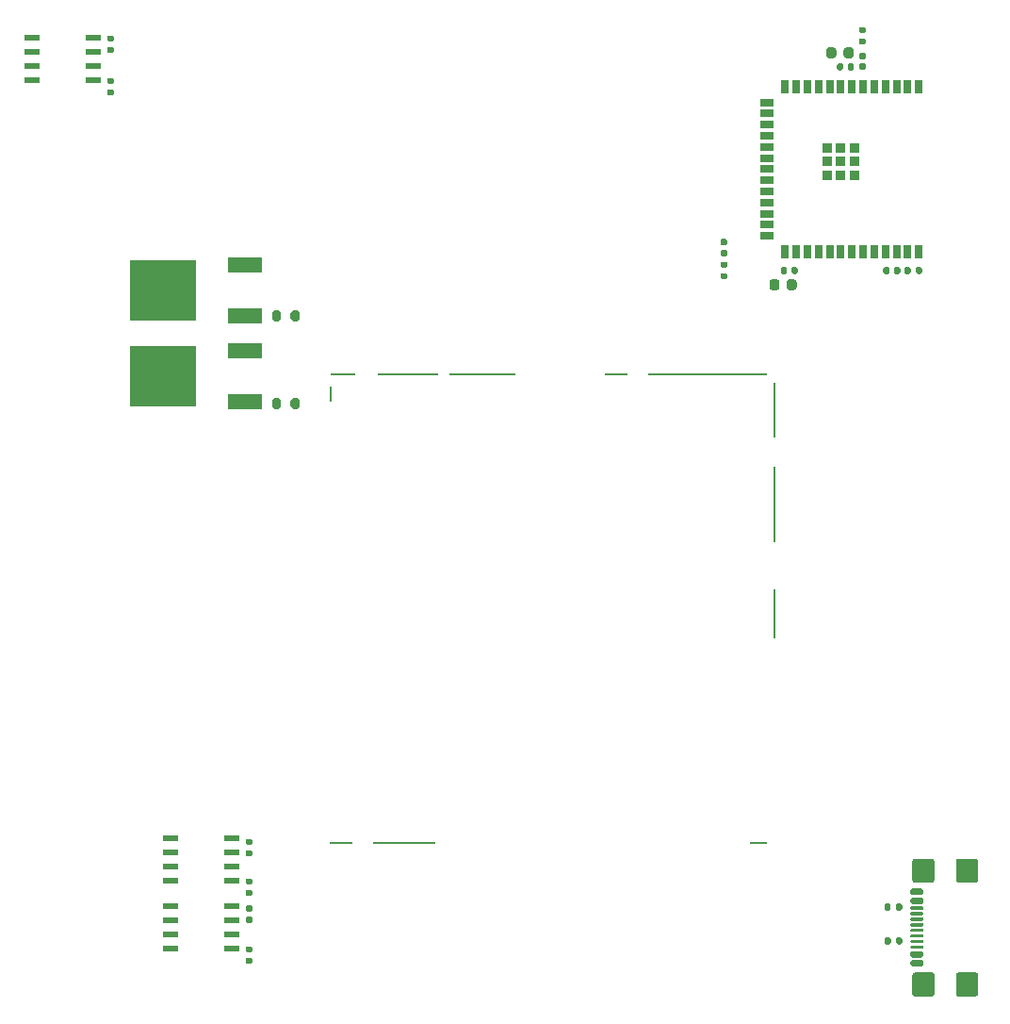
<source format=gtp>
G04 #@! TF.GenerationSoftware,KiCad,Pcbnew,8.0.6-8.0.6-0~ubuntu22.04.1*
G04 #@! TF.CreationDate,2024-11-19T20:42:58+00:00*
G04 #@! TF.ProjectId,hellenbremen,68656c6c-656e-4627-9265-6d656e2e6b69,rev?*
G04 #@! TF.SameCoordinates,Original*
G04 #@! TF.FileFunction,Paste,Top*
G04 #@! TF.FilePolarity,Positive*
%FSLAX46Y46*%
G04 Gerber Fmt 4.6, Leading zero omitted, Abs format (unit mm)*
G04 Created by KiCad (PCBNEW 8.0.6-8.0.6-0~ubuntu22.04.1) date 2024-11-19 20:42:58*
%MOMM*%
%LPD*%
G01*
G04 APERTURE LIST*
%ADD10R,2.300000X0.200000*%
%ADD11R,10.700000X0.200000*%
%ADD12R,2.100000X0.200000*%
%ADD13R,6.000000X0.200000*%
%ADD14R,5.400000X0.200000*%
%ADD15R,0.200000X1.400000*%
%ADD16R,0.200000X5.000000*%
%ADD17R,0.200000X6.800000*%
%ADD18R,0.200000X4.500000*%
%ADD19R,1.600000X0.200000*%
%ADD20R,5.700000X0.200000*%
%ADD21R,2.000000X0.200000*%
%ADD22R,3.048000X1.397000*%
%ADD23R,5.918200X5.511800*%
%ADD24R,0.711200X1.295400*%
%ADD25R,1.295400X0.711200*%
%ADD26R,0.889000X0.889000*%
%ADD27R,1.460500X0.533400*%
G04 APERTURE END LIST*
G04 #@! TO.C,R2*
G36*
G01*
X93490000Y18981000D02*
X93490000Y18611000D01*
G75*
G02*
X93355000Y18476000I-135000J0D01*
G01*
X93085000Y18476000D01*
G75*
G02*
X92950000Y18611000I0J135000D01*
G01*
X92950000Y18981000D01*
G75*
G02*
X93085000Y19116000I135000J0D01*
G01*
X93355000Y19116000D01*
G75*
G02*
X93490000Y18981000I0J-135000D01*
G01*
G37*
G36*
G01*
X92470000Y18981000D02*
X92470000Y18611000D01*
G75*
G02*
X92335000Y18476000I-135000J0D01*
G01*
X92065000Y18476000D01*
G75*
G02*
X91930000Y18611000I0J135000D01*
G01*
X91930000Y18981000D01*
G75*
G02*
X92065000Y19116000I135000J0D01*
G01*
X92335000Y19116000D01*
G75*
G02*
X92470000Y18981000I0J-135000D01*
G01*
G37*
G04 #@! TD*
D10*
G04 #@! TO.C,M3*
X43201000Y69700009D03*
D11*
X76000998Y69700007D03*
D12*
X67800999Y69700007D03*
D13*
X55751000Y69700007D03*
D14*
X49051003Y69700007D03*
D15*
X42150997Y67900000D03*
D16*
X82050998Y66500005D03*
D17*
X82050998Y58000002D03*
D18*
X82050998Y48149999D03*
D19*
X80550999Y27600004D03*
D20*
X48700996Y27600004D03*
D21*
X43051003Y27600004D03*
G04 #@! TD*
G04 #@! TO.C,C1*
G36*
G01*
X86672000Y98302000D02*
X86672000Y98802000D01*
G75*
G02*
X86897000Y99027000I225000J0D01*
G01*
X87347000Y99027000D01*
G75*
G02*
X87572000Y98802000I0J-225000D01*
G01*
X87572000Y98302000D01*
G75*
G02*
X87347000Y98077000I-225000J0D01*
G01*
X86897000Y98077000D01*
G75*
G02*
X86672000Y98302000I0J225000D01*
G01*
G37*
G36*
G01*
X88222000Y98302000D02*
X88222000Y98802000D01*
G75*
G02*
X88447000Y99027000I225000J0D01*
G01*
X88897000Y99027000D01*
G75*
G02*
X89122000Y98802000I0J-225000D01*
G01*
X89122000Y98302000D01*
G75*
G02*
X88897000Y98077000I-225000J0D01*
G01*
X88447000Y98077000D01*
G75*
G02*
X88222000Y98302000I0J225000D01*
G01*
G37*
G04 #@! TD*
G04 #@! TO.C,R5*
G36*
G01*
X34613000Y18306000D02*
X34983000Y18306000D01*
G75*
G02*
X35118000Y18171000I0J-135000D01*
G01*
X35118000Y17901000D01*
G75*
G02*
X34983000Y17766000I-135000J0D01*
G01*
X34613000Y17766000D01*
G75*
G02*
X34478000Y17901000I0J135000D01*
G01*
X34478000Y18171000D01*
G75*
G02*
X34613000Y18306000I135000J0D01*
G01*
G37*
G36*
G01*
X34613000Y17286000D02*
X34983000Y17286000D01*
G75*
G02*
X35118000Y17151000I0J-135000D01*
G01*
X35118000Y16881000D01*
G75*
G02*
X34983000Y16746000I-135000J0D01*
G01*
X34613000Y16746000D01*
G75*
G02*
X34478000Y16881000I0J135000D01*
G01*
X34478000Y17151000D01*
G75*
G02*
X34613000Y17286000I135000J0D01*
G01*
G37*
G04 #@! TD*
G04 #@! TO.C,R7*
G36*
G01*
X77285000Y79795000D02*
X77655000Y79795000D01*
G75*
G02*
X77790000Y79660000I0J-135000D01*
G01*
X77790000Y79390000D01*
G75*
G02*
X77655000Y79255000I-135000J0D01*
G01*
X77285000Y79255000D01*
G75*
G02*
X77150000Y79390000I0J135000D01*
G01*
X77150000Y79660000D01*
G75*
G02*
X77285000Y79795000I135000J0D01*
G01*
G37*
G36*
G01*
X77285000Y78775000D02*
X77655000Y78775000D01*
G75*
G02*
X77790000Y78640000I0J-135000D01*
G01*
X77790000Y78370000D01*
G75*
G02*
X77655000Y78235000I-135000J0D01*
G01*
X77285000Y78235000D01*
G75*
G02*
X77150000Y78370000I0J135000D01*
G01*
X77150000Y78640000D01*
G75*
G02*
X77285000Y78775000I135000J0D01*
G01*
G37*
G04 #@! TD*
G04 #@! TO.C,R1*
G36*
G01*
X93488000Y22029000D02*
X93488000Y21659000D01*
G75*
G02*
X93353000Y21524000I-135000J0D01*
G01*
X93083000Y21524000D01*
G75*
G02*
X92948000Y21659000I0J135000D01*
G01*
X92948000Y22029000D01*
G75*
G02*
X93083000Y22164000I135000J0D01*
G01*
X93353000Y22164000D01*
G75*
G02*
X93488000Y22029000I0J-135000D01*
G01*
G37*
G36*
G01*
X92468000Y22029000D02*
X92468000Y21659000D01*
G75*
G02*
X92333000Y21524000I-135000J0D01*
G01*
X92063000Y21524000D01*
G75*
G02*
X91928000Y21659000I0J135000D01*
G01*
X91928000Y22029000D01*
G75*
G02*
X92063000Y22164000I135000J0D01*
G01*
X92333000Y22164000D01*
G75*
G02*
X92468000Y22029000I0J-135000D01*
G01*
G37*
G04 #@! TD*
D22*
G04 #@! TO.C,Q2*
X34394200Y74910000D03*
D23*
X27040900Y77200000D03*
D22*
X34394200Y79490000D03*
G04 #@! TD*
G04 #@! TO.C,D3*
G36*
G01*
X91771000Y78821500D02*
X91771000Y79166500D01*
G75*
G02*
X91918500Y79314000I147500J0D01*
G01*
X92213500Y79314000D01*
G75*
G02*
X92361000Y79166500I0J-147500D01*
G01*
X92361000Y78821500D01*
G75*
G02*
X92213500Y78674000I-147500J0D01*
G01*
X91918500Y78674000D01*
G75*
G02*
X91771000Y78821500I0J147500D01*
G01*
G37*
G36*
G01*
X92741000Y78821500D02*
X92741000Y79166500D01*
G75*
G02*
X92888500Y79314000I147500J0D01*
G01*
X93183500Y79314000D01*
G75*
G02*
X93331000Y79166500I0J-147500D01*
G01*
X93331000Y78821500D01*
G75*
G02*
X93183500Y78674000I-147500J0D01*
G01*
X92888500Y78674000D01*
G75*
G02*
X92741000Y78821500I0J147500D01*
G01*
G37*
G04 #@! TD*
G04 #@! TO.C,C4*
G36*
G01*
X82580000Y78824000D02*
X82580000Y79164000D01*
G75*
G02*
X82720000Y79304000I140000J0D01*
G01*
X83000000Y79304000D01*
G75*
G02*
X83140000Y79164000I0J-140000D01*
G01*
X83140000Y78824000D01*
G75*
G02*
X83000000Y78684000I-140000J0D01*
G01*
X82720000Y78684000D01*
G75*
G02*
X82580000Y78824000I0J140000D01*
G01*
G37*
G36*
G01*
X83540000Y78824000D02*
X83540000Y79164000D01*
G75*
G02*
X83680000Y79304000I140000J0D01*
G01*
X83960000Y79304000D01*
G75*
G02*
X84100000Y79164000I0J-140000D01*
G01*
X84100000Y78824000D01*
G75*
G02*
X83960000Y78684000I-140000J0D01*
G01*
X83680000Y78684000D01*
G75*
G02*
X83540000Y78824000I0J140000D01*
G01*
G37*
G04 #@! TD*
G04 #@! TO.C,R8*
G36*
G01*
X39325000Y67331000D02*
X39325000Y66781000D01*
G75*
G02*
X39125000Y66581000I-200000J0D01*
G01*
X38725000Y66581000D01*
G75*
G02*
X38525000Y66781000I0J200000D01*
G01*
X38525000Y67331000D01*
G75*
G02*
X38725000Y67531000I200000J0D01*
G01*
X39125000Y67531000D01*
G75*
G02*
X39325000Y67331000I0J-200000D01*
G01*
G37*
G36*
G01*
X37675000Y67331000D02*
X37675000Y66781000D01*
G75*
G02*
X37475000Y66581000I-200000J0D01*
G01*
X37075000Y66581000D01*
G75*
G02*
X36875000Y66781000I0J200000D01*
G01*
X36875000Y67331000D01*
G75*
G02*
X37075000Y67531000I200000J0D01*
G01*
X37475000Y67531000D01*
G75*
G02*
X37675000Y67331000I0J-200000D01*
G01*
G37*
G04 #@! TD*
G04 #@! TO.C,D1*
G36*
G01*
X77297500Y81829000D02*
X77642500Y81829000D01*
G75*
G02*
X77790000Y81681500I0J-147500D01*
G01*
X77790000Y81386500D01*
G75*
G02*
X77642500Y81239000I-147500J0D01*
G01*
X77297500Y81239000D01*
G75*
G02*
X77150000Y81386500I0J147500D01*
G01*
X77150000Y81681500D01*
G75*
G02*
X77297500Y81829000I147500J0D01*
G01*
G37*
G36*
G01*
X77297500Y80859000D02*
X77642500Y80859000D01*
G75*
G02*
X77790000Y80711500I0J-147500D01*
G01*
X77790000Y80416500D01*
G75*
G02*
X77642500Y80269000I-147500J0D01*
G01*
X77297500Y80269000D01*
G75*
G02*
X77150000Y80416500I0J147500D01*
G01*
X77150000Y80711500D01*
G75*
G02*
X77297500Y80859000I147500J0D01*
G01*
G37*
G04 #@! TD*
G04 #@! TO.C,D2*
G36*
G01*
X90088500Y97010000D02*
X89743500Y97010000D01*
G75*
G02*
X89596000Y97157500I0J147500D01*
G01*
X89596000Y97452500D01*
G75*
G02*
X89743500Y97600000I147500J0D01*
G01*
X90088500Y97600000D01*
G75*
G02*
X90236000Y97452500I0J-147500D01*
G01*
X90236000Y97157500D01*
G75*
G02*
X90088500Y97010000I-147500J0D01*
G01*
G37*
G36*
G01*
X90088500Y97980000D02*
X89743500Y97980000D01*
G75*
G02*
X89596000Y98127500I0J147500D01*
G01*
X89596000Y98422500D01*
G75*
G02*
X89743500Y98570000I147500J0D01*
G01*
X90088500Y98570000D01*
G75*
G02*
X90236000Y98422500I0J-147500D01*
G01*
X90236000Y98127500D01*
G75*
G02*
X90088500Y97980000I-147500J0D01*
G01*
G37*
G04 #@! TD*
G04 #@! TO.C,Q1*
X34394200Y67210000D03*
D23*
X27040900Y69500000D03*
D22*
X34394200Y71790000D03*
G04 #@! TD*
G04 #@! TO.C,R11*
G36*
G01*
X39325000Y75205000D02*
X39325000Y74655000D01*
G75*
G02*
X39125000Y74455000I-200000J0D01*
G01*
X38725000Y74455000D01*
G75*
G02*
X38525000Y74655000I0J200000D01*
G01*
X38525000Y75205000D01*
G75*
G02*
X38725000Y75405000I200000J0D01*
G01*
X39125000Y75405000D01*
G75*
G02*
X39325000Y75205000I0J-200000D01*
G01*
G37*
G36*
G01*
X37675000Y75205000D02*
X37675000Y74655000D01*
G75*
G02*
X37475000Y74455000I-200000J0D01*
G01*
X37075000Y74455000D01*
G75*
G02*
X36875000Y74655000I0J200000D01*
G01*
X36875000Y75205000D01*
G75*
G02*
X37075000Y75405000I200000J0D01*
G01*
X37475000Y75405000D01*
G75*
G02*
X37675000Y75205000I0J-200000D01*
G01*
G37*
G04 #@! TD*
D24*
G04 #@! TO.C,U1*
X94980001Y95504000D03*
X93980000Y95504000D03*
X92980000Y95504000D03*
X91979999Y95504000D03*
X90980001Y95504000D03*
X89980001Y95504000D03*
X88980000Y95504000D03*
X87979999Y95504000D03*
X86979999Y95504000D03*
X85980001Y95504000D03*
X84980000Y95504000D03*
X83980000Y95504000D03*
X82979999Y95504000D03*
D25*
X81330000Y94104001D03*
X81330000Y93104000D03*
X81330000Y92104000D03*
X81330000Y91103999D03*
X81330000Y90104001D03*
X81330000Y89104001D03*
X81330000Y88104000D03*
X81330000Y87103999D03*
X81330000Y86103999D03*
X81330000Y85104001D03*
X81330000Y84104000D03*
X81330000Y83104000D03*
X81330000Y82103999D03*
D24*
X82979999Y80704000D03*
X83980000Y80704000D03*
X84980000Y80704000D03*
X85980001Y80704000D03*
X86979999Y80704000D03*
X87979999Y80704000D03*
X88980000Y80704000D03*
X89980001Y80704000D03*
X90980001Y80704000D03*
X91979999Y80704000D03*
X92980000Y80704000D03*
X93980000Y80704000D03*
X94980001Y80704000D03*
D26*
X89180000Y89984000D03*
X89180000Y88784000D03*
X89180000Y87584000D03*
X87980000Y89984000D03*
X87980000Y88784000D03*
X87980000Y87584000D03*
X86780000Y89984000D03*
X86780000Y88784000D03*
X86780000Y87584000D03*
G04 #@! TD*
D27*
G04 #@! TO.C,U2*
X33224150Y24190000D03*
X33224150Y25460000D03*
X33224150Y26730000D03*
X33224150Y28000000D03*
X27775850Y28000000D03*
X27775850Y26730000D03*
X27775850Y25460000D03*
X27775850Y24190000D03*
G04 #@! TD*
G04 #@! TO.C,C2*
G36*
G01*
X87632000Y97112000D02*
X87632000Y97452000D01*
G75*
G02*
X87772000Y97592000I140000J0D01*
G01*
X88052000Y97592000D01*
G75*
G02*
X88192000Y97452000I0J-140000D01*
G01*
X88192000Y97112000D01*
G75*
G02*
X88052000Y96972000I-140000J0D01*
G01*
X87772000Y96972000D01*
G75*
G02*
X87632000Y97112000I0J140000D01*
G01*
G37*
G36*
G01*
X88592000Y97112000D02*
X88592000Y97452000D01*
G75*
G02*
X88732000Y97592000I140000J0D01*
G01*
X89012000Y97592000D01*
G75*
G02*
X89152000Y97452000I0J-140000D01*
G01*
X89152000Y97112000D01*
G75*
G02*
X89012000Y96972000I-140000J0D01*
G01*
X88732000Y96972000D01*
G75*
G02*
X88592000Y97112000I0J140000D01*
G01*
G37*
G04 #@! TD*
G04 #@! TO.C,R12*
G36*
G01*
X22167000Y96284000D02*
X22537000Y96284000D01*
G75*
G02*
X22672000Y96149000I0J-135000D01*
G01*
X22672000Y95879000D01*
G75*
G02*
X22537000Y95744000I-135000J0D01*
G01*
X22167000Y95744000D01*
G75*
G02*
X22032000Y95879000I0J135000D01*
G01*
X22032000Y96149000D01*
G75*
G02*
X22167000Y96284000I135000J0D01*
G01*
G37*
G36*
G01*
X22167000Y95264000D02*
X22537000Y95264000D01*
G75*
G02*
X22672000Y95129000I0J-135000D01*
G01*
X22672000Y94859000D01*
G75*
G02*
X22537000Y94724000I-135000J0D01*
G01*
X22167000Y94724000D01*
G75*
G02*
X22032000Y94859000I0J135000D01*
G01*
X22032000Y95129000D01*
G75*
G02*
X22167000Y95264000I135000J0D01*
G01*
G37*
G04 #@! TD*
G04 #@! TO.C,J3*
G36*
G01*
X95245000Y16500000D02*
X94395000Y16500000D01*
G75*
G02*
X94245000Y16650000I0J150000D01*
G01*
X94245000Y16950000D01*
G75*
G02*
X94395000Y17100000I150000J0D01*
G01*
X95245000Y17100000D01*
G75*
G02*
X95395000Y16950000I0J-150000D01*
G01*
X95395000Y16650000D01*
G75*
G02*
X95245000Y16500000I-150000J0D01*
G01*
G37*
G36*
G01*
X95245000Y17300000D02*
X94395000Y17300000D01*
G75*
G02*
X94245000Y17450000I0J150000D01*
G01*
X94245000Y17750000D01*
G75*
G02*
X94395000Y17900000I150000J0D01*
G01*
X95245000Y17900000D01*
G75*
G02*
X95395000Y17750000I0J-150000D01*
G01*
X95395000Y17450000D01*
G75*
G02*
X95245000Y17300000I-150000J0D01*
G01*
G37*
G36*
G01*
X95320000Y18600000D02*
X94320000Y18600000D01*
G75*
G02*
X94245000Y18675000I0J75000D01*
G01*
X94245000Y18825000D01*
G75*
G02*
X94320000Y18900000I75000J0D01*
G01*
X95320000Y18900000D01*
G75*
G02*
X95395000Y18825000I0J-75000D01*
G01*
X95395000Y18675000D01*
G75*
G02*
X95320000Y18600000I-75000J0D01*
G01*
G37*
G36*
G01*
X95320000Y19600000D02*
X94320000Y19600000D01*
G75*
G02*
X94245000Y19675000I0J75000D01*
G01*
X94245000Y19825000D01*
G75*
G02*
X94320000Y19900000I75000J0D01*
G01*
X95320000Y19900000D01*
G75*
G02*
X95395000Y19825000I0J-75000D01*
G01*
X95395000Y19675000D01*
G75*
G02*
X95320000Y19600000I-75000J0D01*
G01*
G37*
G36*
G01*
X95320000Y20100000D02*
X94320000Y20100000D01*
G75*
G02*
X94245000Y20175000I0J75000D01*
G01*
X94245000Y20325000D01*
G75*
G02*
X94320000Y20400000I75000J0D01*
G01*
X95320000Y20400000D01*
G75*
G02*
X95395000Y20325000I0J-75000D01*
G01*
X95395000Y20175000D01*
G75*
G02*
X95320000Y20100000I-75000J0D01*
G01*
G37*
G36*
G01*
X95320000Y21100000D02*
X94320000Y21100000D01*
G75*
G02*
X94245000Y21175000I0J75000D01*
G01*
X94245000Y21325000D01*
G75*
G02*
X94320000Y21400000I75000J0D01*
G01*
X95320000Y21400000D01*
G75*
G02*
X95395000Y21325000I0J-75000D01*
G01*
X95395000Y21175000D01*
G75*
G02*
X95320000Y21100000I-75000J0D01*
G01*
G37*
G36*
G01*
X95245000Y22100000D02*
X94395000Y22100000D01*
G75*
G02*
X94245000Y22250000I0J150000D01*
G01*
X94245000Y22550000D01*
G75*
G02*
X94395000Y22700000I150000J0D01*
G01*
X95245000Y22700000D01*
G75*
G02*
X95395000Y22550000I0J-150000D01*
G01*
X95395000Y22250000D01*
G75*
G02*
X95245000Y22100000I-150000J0D01*
G01*
G37*
G36*
G01*
X95245000Y22900000D02*
X94395000Y22900000D01*
G75*
G02*
X94245000Y23050000I0J150000D01*
G01*
X94245000Y23350000D01*
G75*
G02*
X94395000Y23500000I150000J0D01*
G01*
X95245000Y23500000D01*
G75*
G02*
X95395000Y23350000I0J-150000D01*
G01*
X95395000Y23050000D01*
G75*
G02*
X95245000Y22900000I-150000J0D01*
G01*
G37*
G36*
G01*
X95245000Y22900000D02*
X94395000Y22900000D01*
G75*
G02*
X94245000Y23050000I0J150000D01*
G01*
X94245000Y23350000D01*
G75*
G02*
X94395000Y23500000I150000J0D01*
G01*
X95245000Y23500000D01*
G75*
G02*
X95395000Y23350000I0J-150000D01*
G01*
X95395000Y23050000D01*
G75*
G02*
X95245000Y22900000I-150000J0D01*
G01*
G37*
G36*
G01*
X95245000Y22100000D02*
X94395000Y22100000D01*
G75*
G02*
X94245000Y22250000I0J150000D01*
G01*
X94245000Y22550000D01*
G75*
G02*
X94395000Y22700000I150000J0D01*
G01*
X95245000Y22700000D01*
G75*
G02*
X95395000Y22550000I0J-150000D01*
G01*
X95395000Y22250000D01*
G75*
G02*
X95245000Y22100000I-150000J0D01*
G01*
G37*
G36*
G01*
X95320000Y21600000D02*
X94320000Y21600000D01*
G75*
G02*
X94245000Y21675000I0J75000D01*
G01*
X94245000Y21825000D01*
G75*
G02*
X94320000Y21900000I75000J0D01*
G01*
X95320000Y21900000D01*
G75*
G02*
X95395000Y21825000I0J-75000D01*
G01*
X95395000Y21675000D01*
G75*
G02*
X95320000Y21600000I-75000J0D01*
G01*
G37*
G36*
G01*
X95320000Y20600000D02*
X94320000Y20600000D01*
G75*
G02*
X94245000Y20675000I0J75000D01*
G01*
X94245000Y20825000D01*
G75*
G02*
X94320000Y20900000I75000J0D01*
G01*
X95320000Y20900000D01*
G75*
G02*
X95395000Y20825000I0J-75000D01*
G01*
X95395000Y20675000D01*
G75*
G02*
X95320000Y20600000I-75000J0D01*
G01*
G37*
G36*
G01*
X95320000Y19100000D02*
X94320000Y19100000D01*
G75*
G02*
X94245000Y19175000I0J75000D01*
G01*
X94245000Y19325000D01*
G75*
G02*
X94320000Y19400000I75000J0D01*
G01*
X95320000Y19400000D01*
G75*
G02*
X95395000Y19325000I0J-75000D01*
G01*
X95395000Y19175000D01*
G75*
G02*
X95320000Y19100000I-75000J0D01*
G01*
G37*
G36*
G01*
X95320000Y18100000D02*
X94320000Y18100000D01*
G75*
G02*
X94245000Y18175000I0J75000D01*
G01*
X94245000Y18325000D01*
G75*
G02*
X94320000Y18400000I75000J0D01*
G01*
X95320000Y18400000D01*
G75*
G02*
X95395000Y18325000I0J-75000D01*
G01*
X95395000Y18175000D01*
G75*
G02*
X95320000Y18100000I-75000J0D01*
G01*
G37*
G36*
G01*
X95245000Y17300000D02*
X94395000Y17300000D01*
G75*
G02*
X94245000Y17450000I0J150000D01*
G01*
X94245000Y17750000D01*
G75*
G02*
X94395000Y17900000I150000J0D01*
G01*
X95245000Y17900000D01*
G75*
G02*
X95395000Y17750000I0J-150000D01*
G01*
X95395000Y17450000D01*
G75*
G02*
X95245000Y17300000I-150000J0D01*
G01*
G37*
G36*
G01*
X95245000Y16500000D02*
X94395000Y16500000D01*
G75*
G02*
X94245000Y16650000I0J150000D01*
G01*
X94245000Y16950000D01*
G75*
G02*
X94395000Y17100000I150000J0D01*
G01*
X95245000Y17100000D01*
G75*
G02*
X95395000Y16950000I0J-150000D01*
G01*
X95395000Y16650000D01*
G75*
G02*
X95245000Y16500000I-150000J0D01*
G01*
G37*
G36*
G01*
X96145000Y13800000D02*
X94645000Y13800000D01*
G75*
G02*
X94395000Y14050000I0J250000D01*
G01*
X94395000Y15730000D01*
G75*
G02*
X94645000Y15980000I250000J0D01*
G01*
X96145000Y15980000D01*
G75*
G02*
X96395000Y15730000I0J-250000D01*
G01*
X96395000Y14050000D01*
G75*
G02*
X96145000Y13800000I-250000J0D01*
G01*
G37*
G36*
G01*
X100075000Y13800000D02*
X98575000Y13800000D01*
G75*
G02*
X98325000Y14050000I0J250000D01*
G01*
X98325000Y15730000D01*
G75*
G02*
X98575000Y15980000I250000J0D01*
G01*
X100075000Y15980000D01*
G75*
G02*
X100325000Y15730000I0J-250000D01*
G01*
X100325000Y14050000D01*
G75*
G02*
X100075000Y13800000I-250000J0D01*
G01*
G37*
G36*
G01*
X96145000Y24020000D02*
X94645000Y24020000D01*
G75*
G02*
X94395000Y24270000I0J250000D01*
G01*
X94395000Y25950000D01*
G75*
G02*
X94645000Y26200000I250000J0D01*
G01*
X96145000Y26200000D01*
G75*
G02*
X96395000Y25950000I0J-250000D01*
G01*
X96395000Y24270000D01*
G75*
G02*
X96145000Y24020000I-250000J0D01*
G01*
G37*
G36*
G01*
X100075000Y24020000D02*
X98575000Y24020000D01*
G75*
G02*
X98325000Y24270000I0J250000D01*
G01*
X98325000Y25950000D01*
G75*
G02*
X98575000Y26200000I250000J0D01*
G01*
X100075000Y26200000D01*
G75*
G02*
X100325000Y25950000I0J-250000D01*
G01*
X100325000Y24270000D01*
G75*
G02*
X100075000Y24020000I-250000J0D01*
G01*
G37*
G04 #@! TD*
G04 #@! TO.C,U3*
X33224150Y18095000D03*
X33224150Y19365000D03*
X33224150Y20635000D03*
X33224150Y21905000D03*
X27775850Y21905000D03*
X27775850Y20635000D03*
X27775850Y19365000D03*
X27775850Y18095000D03*
G04 #@! TD*
G04 #@! TO.C,C3*
G36*
G01*
X81566000Y77474000D02*
X81566000Y77974000D01*
G75*
G02*
X81791000Y78199000I225000J0D01*
G01*
X82241000Y78199000D01*
G75*
G02*
X82466000Y77974000I0J-225000D01*
G01*
X82466000Y77474000D01*
G75*
G02*
X82241000Y77249000I-225000J0D01*
G01*
X81791000Y77249000D01*
G75*
G02*
X81566000Y77474000I0J225000D01*
G01*
G37*
G36*
G01*
X83116000Y77474000D02*
X83116000Y77974000D01*
G75*
G02*
X83341000Y78199000I225000J0D01*
G01*
X83791000Y78199000D01*
G75*
G02*
X84016000Y77974000I0J-225000D01*
G01*
X84016000Y77474000D01*
G75*
G02*
X83791000Y77249000I-225000J0D01*
G01*
X83341000Y77249000D01*
G75*
G02*
X83116000Y77474000I0J225000D01*
G01*
G37*
G04 #@! TD*
G04 #@! TO.C,R10*
G36*
G01*
X95270000Y79179000D02*
X95270000Y78809000D01*
G75*
G02*
X95135000Y78674000I-135000J0D01*
G01*
X94865000Y78674000D01*
G75*
G02*
X94730000Y78809000I0J135000D01*
G01*
X94730000Y79179000D01*
G75*
G02*
X94865000Y79314000I135000J0D01*
G01*
X95135000Y79314000D01*
G75*
G02*
X95270000Y79179000I0J-135000D01*
G01*
G37*
G36*
G01*
X94250000Y79179000D02*
X94250000Y78809000D01*
G75*
G02*
X94115000Y78674000I-135000J0D01*
G01*
X93845000Y78674000D01*
G75*
G02*
X93710000Y78809000I0J135000D01*
G01*
X93710000Y79179000D01*
G75*
G02*
X93845000Y79314000I135000J0D01*
G01*
X94115000Y79314000D01*
G75*
G02*
X94250000Y79179000I0J-135000D01*
G01*
G37*
G04 #@! TD*
G04 #@! TO.C,R13*
G36*
G01*
X22537000Y98534000D02*
X22167000Y98534000D01*
G75*
G02*
X22032000Y98669000I0J135000D01*
G01*
X22032000Y98939000D01*
G75*
G02*
X22167000Y99074000I135000J0D01*
G01*
X22537000Y99074000D01*
G75*
G02*
X22672000Y98939000I0J-135000D01*
G01*
X22672000Y98669000D01*
G75*
G02*
X22537000Y98534000I-135000J0D01*
G01*
G37*
G36*
G01*
X22537000Y99554000D02*
X22167000Y99554000D01*
G75*
G02*
X22032000Y99689000I0J135000D01*
G01*
X22032000Y99959000D01*
G75*
G02*
X22167000Y100094000I135000J0D01*
G01*
X22537000Y100094000D01*
G75*
G02*
X22672000Y99959000I0J-135000D01*
G01*
X22672000Y99689000D01*
G75*
G02*
X22537000Y99554000I-135000J0D01*
G01*
G37*
G04 #@! TD*
G04 #@! TO.C,R3*
G36*
G01*
X34613000Y24402000D02*
X34983000Y24402000D01*
G75*
G02*
X35118000Y24267000I0J-135000D01*
G01*
X35118000Y23997000D01*
G75*
G02*
X34983000Y23862000I-135000J0D01*
G01*
X34613000Y23862000D01*
G75*
G02*
X34478000Y23997000I0J135000D01*
G01*
X34478000Y24267000D01*
G75*
G02*
X34613000Y24402000I135000J0D01*
G01*
G37*
G36*
G01*
X34613000Y23382000D02*
X34983000Y23382000D01*
G75*
G02*
X35118000Y23247000I0J-135000D01*
G01*
X35118000Y22977000D01*
G75*
G02*
X34983000Y22842000I-135000J0D01*
G01*
X34613000Y22842000D01*
G75*
G02*
X34478000Y22977000I0J135000D01*
G01*
X34478000Y23247000D01*
G75*
G02*
X34613000Y23382000I135000J0D01*
G01*
G37*
G04 #@! TD*
G04 #@! TO.C,R6*
G36*
G01*
X34989425Y20436578D02*
X34619425Y20436578D01*
G75*
G02*
X34484425Y20571578I0J135000D01*
G01*
X34484425Y20841578D01*
G75*
G02*
X34619425Y20976578I135000J0D01*
G01*
X34989425Y20976578D01*
G75*
G02*
X35124425Y20841578I0J-135000D01*
G01*
X35124425Y20571578D01*
G75*
G02*
X34989425Y20436578I-135000J0D01*
G01*
G37*
G36*
G01*
X34989425Y21456578D02*
X34619425Y21456578D01*
G75*
G02*
X34484425Y21591578I0J135000D01*
G01*
X34484425Y21861578D01*
G75*
G02*
X34619425Y21996578I135000J0D01*
G01*
X34989425Y21996578D01*
G75*
G02*
X35124425Y21861578I0J-135000D01*
G01*
X35124425Y21591578D01*
G75*
G02*
X34989425Y21456578I-135000J0D01*
G01*
G37*
G04 #@! TD*
G04 #@! TO.C,R4*
G36*
G01*
X34983000Y26398000D02*
X34613000Y26398000D01*
G75*
G02*
X34478000Y26533000I0J135000D01*
G01*
X34478000Y26803000D01*
G75*
G02*
X34613000Y26938000I135000J0D01*
G01*
X34983000Y26938000D01*
G75*
G02*
X35118000Y26803000I0J-135000D01*
G01*
X35118000Y26533000D01*
G75*
G02*
X34983000Y26398000I-135000J0D01*
G01*
G37*
G36*
G01*
X34983000Y27418000D02*
X34613000Y27418000D01*
G75*
G02*
X34478000Y27553000I0J135000D01*
G01*
X34478000Y27823000D01*
G75*
G02*
X34613000Y27958000I135000J0D01*
G01*
X34983000Y27958000D01*
G75*
G02*
X35118000Y27823000I0J-135000D01*
G01*
X35118000Y27553000D01*
G75*
G02*
X34983000Y27418000I-135000J0D01*
G01*
G37*
G04 #@! TD*
G04 #@! TO.C,R9*
G36*
G01*
X89731000Y100856000D02*
X90101000Y100856000D01*
G75*
G02*
X90236000Y100721000I0J-135000D01*
G01*
X90236000Y100451000D01*
G75*
G02*
X90101000Y100316000I-135000J0D01*
G01*
X89731000Y100316000D01*
G75*
G02*
X89596000Y100451000I0J135000D01*
G01*
X89596000Y100721000D01*
G75*
G02*
X89731000Y100856000I135000J0D01*
G01*
G37*
G36*
G01*
X89731000Y99836000D02*
X90101000Y99836000D01*
G75*
G02*
X90236000Y99701000I0J-135000D01*
G01*
X90236000Y99431000D01*
G75*
G02*
X90101000Y99296000I-135000J0D01*
G01*
X89731000Y99296000D01*
G75*
G02*
X89596000Y99431000I0J135000D01*
G01*
X89596000Y99701000D01*
G75*
G02*
X89731000Y99836000I135000J0D01*
G01*
G37*
G04 #@! TD*
G04 #@! TO.C,U4*
X20758150Y96095000D03*
X20758150Y97365000D03*
X20758150Y98635000D03*
X20758150Y99905000D03*
X15309850Y99905000D03*
X15309850Y98635000D03*
X15309850Y97365000D03*
X15309850Y96095000D03*
G04 #@! TD*
M02*

</source>
